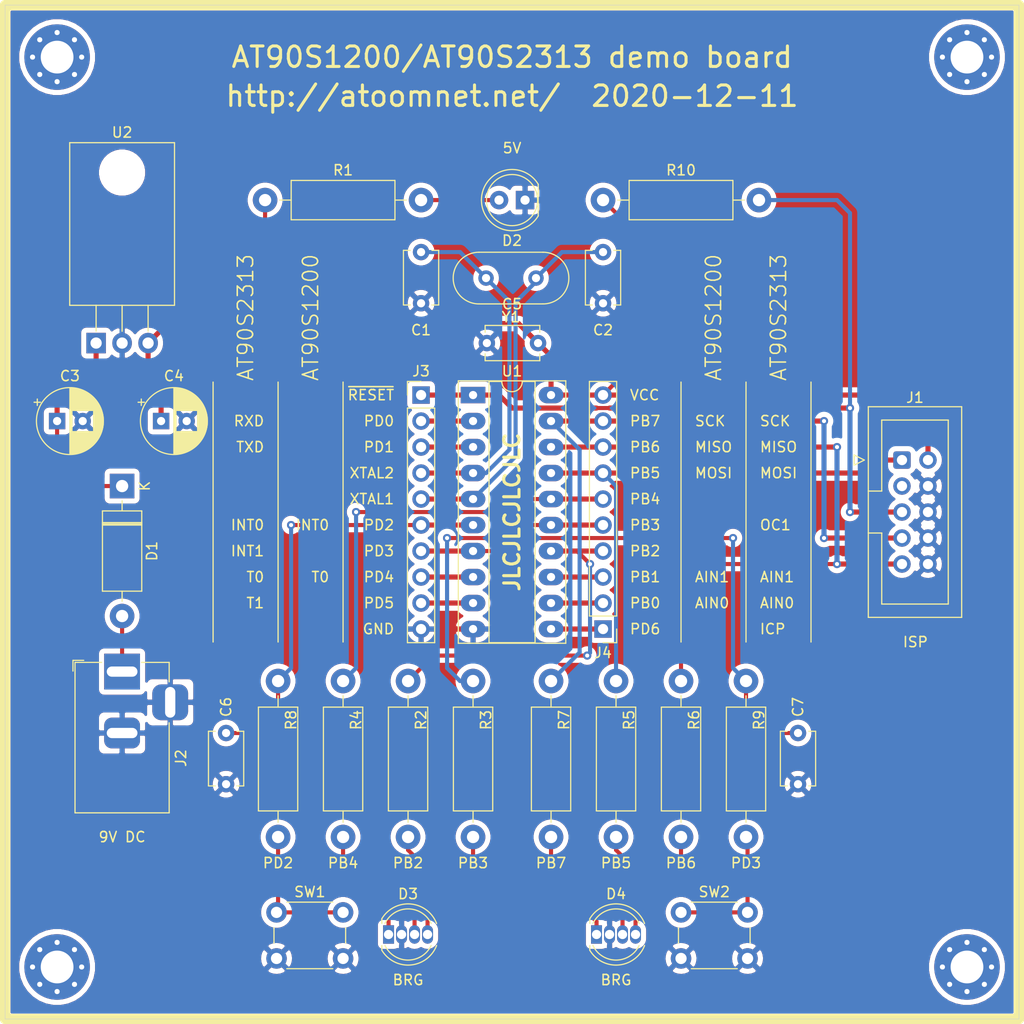
<source format=kicad_pcb>
(kicad_pcb (version 20211014) (generator pcbnew)
  (layers (0 "F.Cu" signal) (31 "B.Cu" signal) (34 "B.Paste" user) (35 "F.Paste" user) (36 "B.SilkS" user "B.Silkscreen") (37 "F.SilkS" user "F.Silkscreen") (38 "B.Mask" user) (39 "F.Mask" user) (44 "Edge.Cuts" user))
  (net 0 "")
  (net 1 "GND")
  (net 2 "Net-(C3-Pad1)")
  (net 3 "Net-(D1-Pad2)")
  (net 4 "MISO")
  (net 5 "SCK")
  (net 6 "~{RESET}")
  (net 7 "Net-(J1-Pad3)")
  (net 8 "MOSI")
  (net 9 "XTAL1")
  (net 10 "XTAL2")
  (net 11 "VCC")
  (net 12 "PD5")
  (net 13 "PD4")
  (net 14 "PD3")
  (net 15 "PD2")
  (net 16 "PD1")
  (net 17 "PD0")
  (net 18 "PB4")
  (net 19 "PB3")
  (net 20 "PB2")
  (net 21 "PB1")
  (net 22 "PB0")
  (net 23 "PB6")
  (net 24 "Net-(D2-Pad2)")
  (net 25 "Net-(D3-Pad4)")
  (net 26 "Net-(D3-Pad3)")
  (net 27 "Net-(D3-Pad1)")
  (net 28 "Net-(D4-Pad4)")
  (net 29 "Net-(D4-Pad3)")
  (net 30 "Net-(D4-Pad1)")
  (net 31 "Net-(R8-Pad1)")
  (net 32 "Net-(R9-Pad1)")
  (footprint "Capacitor_THT:CP_Radial_D6.3mm_P2.50mm" (layer "F.Cu") (at 101.6 100.33)
    (fp_text reference "C3" (at 1.25 -4.4) (layer "F.SilkS"))
    (fp_text value "100uF 16V")
    (pad "1" thru_hole rect locked (at 0 0) (size 1.6 1.6) (drill 0.8) (layers *.Cu *.Mask) (net 2 "Net-(C3-Pad1)"))
    (pad "2" thru_hole circle locked (at 2.5 0) (size 1.6 1.6) (drill 0.8) (layers *.Cu *.Mask) (net 1 "GND"))
  )
  (footprint "Capacitor_THT:C_Disc_D5.1mm_W3.2mm_P5.00mm" (layer "F.Cu") (at 148.59 92.71 180)
    (fp_text reference "C5" (at 2.54 3.81) (layer "F.SilkS"))
    (fp_text value "100nF")
    (pad "1" thru_hole circle locked (at 0 0 180) (size 1.6 1.6) (drill 0.8) (layers *.Cu *.Mask) (net 11 "VCC"))
    (pad "2" thru_hole circle locked (at 5 0 180) (size 1.6 1.6) (drill 0.8) (layers *.Cu *.Mask) (net 1 "GND"))
  )
  (footprint "Diode_THT:D_DO-15_P12.70mm_Horizontal" (layer "F.Cu") (at 107.95 106.68 -90)
    (fp_text reference "D1" (at 6.35 -2.92 90) (layer "F.SilkS"))
    (fp_text value "1N5819")
    (fp_text user "K" (at 0 -2.2 90) (layer "F.SilkS"))
    (pad "1" thru_hole rect locked (at 0 0 270) (size 2.4 2.4) (drill 1.2) (layers *.Cu *.Mask) (net 2 "Net-(C3-Pad1)"))
    (pad "2" thru_hole oval locked (at 12.7 0 270) (size 2.4 2.4) (drill 1.2) (layers *.Cu *.Mask) (net 3 "Net-(D1-Pad2)"))
  )
  (footprint "Connector_IDC:IDC-Header_2x05_P2.54mm_Vertical" (layer "F.Cu") (at 184.15 104.14)
    (fp_text reference "J1" (at 1.27 -6.1) (layer "F.SilkS"))
    (fp_text value "AVR-ISP-10")
    (pad "1" thru_hole roundrect locked (at 0 0) (size 1.7 1.7) (drill 1) (layers *.Cu *.Mask) (roundrect_rratio 0.1470588235) (net 8 "MOSI"))
    (pad "2" thru_hole circle locked (at 2.54 0) (size 1.7 1.7) (drill 1) (layers *.Cu *.Mask) (net 11 "VCC"))
    (pad "3" thru_hole circle locked (at 0 2.54) (size 1.7 1.7) (drill 1) (layers *.Cu *.Mask) (net 7 "Net-(J1-Pad3)"))
    (pad "4" thru_hole circle locked (at 2.54 2.54) (size 1.7 1.7) (drill 1) (layers *.Cu *.Mask) (net 1 "GND"))
    (pad "5" thru_hole circle locked (at 0 5.08) (size 1.7 1.7) (drill 1) (layers *.Cu *.Mask) (net 6 "~{RESET}"))
    (pad "6" thru_hole circle locked (at 2.54 5.08) (size 1.7 1.7) (drill 1) (layers *.Cu *.Mask) (net 1 "GND"))
    (pad "7" thru_hole circle locked (at 0 7.62) (size 1.7 1.7) (drill 1) (layers *.Cu *.Mask) (net 5 "SCK"))
    (pad "8" thru_hole circle locked (at 2.54 7.62) (size 1.7 1.7) (drill 1) (layers *.Cu *.Mask) (net 1 "GND"))
    (pad "9" thru_hole circle locked (at 0 10.16) (size 1.7 1.7) (drill 1) (layers *.Cu *.Mask) (net 4 "MISO"))
    (pad "10" thru_hole circle locked (at 2.54 10.16) (size 1.7 1.7) (drill 1) (layers *.Cu *.Mask) (net 1 "GND"))
  )
  (footprint "Connector_BarrelJack:BarrelJack_Horizontal" (layer "F.Cu") (at 107.95 124.81 90)
    (fp_text reference "J2" (at -8.45 5.75 90) (layer "F.SilkS"))
    (fp_text value "Barrel_Jack_Switch")
    (pad "1" thru_hole rect locked (at 0 0 90) (size 3.5 3.5) (drill oval 1 3) (layers *.Cu *.Mask) (net 3 "Net-(D1-Pad2)"))
    (pad "2" thru_hole roundrect locked (at -6 0 90) (size 3 3.5) (drill oval 1 3) (layers *.Cu *.Mask) (net 1 "GND"))
    (pad "3" thru_hole roundrect locked (at -3 4.7 90) (size 3.5 3.5) (drill oval 3 1) (layers *.Cu *.Mask) (net 1 "GND"))
  )
  (footprint "Package_TO_SOT_THT:TO-220-3_Horizontal_TabDown" (layer "F.Cu") (at 105.41 92.71)
    (fp_text reference "U2" (at 2.54 -20.58) (layer "F.SilkS"))
    (fp_text value "L7805")
    (pad "" np_thru_hole oval locked (at 2.54 -16.66) (size 3.5 3.5) (drill 3.5) (layers *.Cu *.Mask))
    (pad "1" thru_hole rect locked (at 0 0) (size 1.905 2) (drill 1.1) (layers *.Cu *.Mask) (net 2 "Net-(C3-Pad1)"))
    (pad "2" thru_hole oval locked (at 2.54 0) (size 1.905 2) (drill 1.1) (layers *.Cu *.Mask) (net 1 "GND"))
    (pad "3" thru_hole oval locked (at 5.08 0) (size 1.905 2) (drill 1.1) (layers *.Cu *.Mask) (net 11 "VCC"))
  )
  (footprint "Crystal:Crystal_HC49-U_Vertical" (layer "F.Cu") (at 143.51 86.36)
    (fp_text reference "Y1" (at 2.44 3.81) (layer "F.SilkS"))
    (fp_text value "8MHz")
    (pad "1" thru_hole circle locked (at 0 0) (size 1.5 1.5) (drill 0.8) (layers *.Cu *.Mask) (net 9 "XTAL1"))
    (pad "2" thru_hole circle locked (at 4.88 0) (size 1.5 1.5) (drill 0.8) (layers *.Cu *.Mask) (net 10 "XTAL2"))
  )
  (footprint "Package_DIP:DIP-20_W7.62mm_Socket_LongPads" (layer "F.Cu") (at 142.24 97.79)
    (fp_text reference "U1" (at 3.81 -2.33) (layer "F.SilkS"))
    (fp_text value "AT90S1200")
    (pad "1" thru_hole rect locked (at 0 0) (size 2.4 1.6) (drill 0.8) (layers *.Cu *.Mask) (net 6 "~{RESET}"))
    (pad "2" thru_hole oval locked (at 0 2.54) (size 2.4 1.6) (drill 0.8) (layers *.Cu *.Mask) (net 17 "PD0"))
    (pad "3" thru_hole oval locked (at 0 5.08) (size 2.4 1.6) (drill 0.8) (layers *.Cu *.Mask) (net 16 "PD1"))
    (pad "4" thru_hole oval locked (at 0 7.62) (size 2.4 1.6) (drill 0.8) (layers *.Cu *.Mask) (net 9 "XTAL1"))
    (pad "5" thru_hole oval locked (at 0 10.16) (size 2.4 1.6) (drill 0.8) (layers *.Cu *.Mask) (net 10 "XTAL2"))
    (pad "6" thru_hole oval locked (at 0 12.7) (size 2.4 1.6) (drill 0.8) (layers *.Cu *.Mask) (net 15 "PD2"))
    (pad "7" thru_hole oval locked (at 0 15.24) (size 2.4 1.6) (drill 0.8) (layers *.Cu *.Mask) (net 14 "PD3"))
    (pad "8" thru_hole oval locked (at 0 17.78) (size 2.4 1.6) (drill 0.8) (layers *.Cu *.Mask) (net 13 "PD4"))
    (pad "9" thru_hole oval locked (at 0 20.32) (size 2.4 1.6) (drill 0.8) (layers *.Cu *.Mask) (net 12 "PD5"))
    (pad "10" thru_hole oval locked (at 0 22.86) (size 2.4 1.6) (drill 0.8) (layers *.Cu *.Mask) (net 1 "GND"))
    (pad "11" thru_hole oval locked (at 7.62 22.86) (size 2.4 1.6) (drill 0.8) (layers *.Cu *.Mask) (net 23 "PB6"))
    (pad "12" thru_hole oval locked (at 7.62 20.32) (size 2.4 1.6) (drill 0.8) (layers *.Cu *.Mask) (net 22 "PB0"))
    (pad "13" thru_hole oval locked (at 7.62 17.78) (size 2.4 1.6) (drill 0.8) (layers *.Cu *.Mask) (net 21 "PB1"))
    (pad "14" thru_hole oval locked (at 7.62 15.24) (size 2.4 1.6) (drill 0.8) (layers *.Cu *.Mask) (net 20 "PB2"))
    (pad "15" thru_hole oval locked (at 7.62 12.7) (size 2.4 1.6) (drill 0.8) (layers *.Cu *.Mask) (net 19 "PB3"))
    (pad "16" thru_hole oval locked (at 7.62 10.16) (size 2.4 1.6) (drill 0.8) (layers *.Cu *.Mask) (net 18 "PB4"))
    (pad "17" thru_hole oval locked (at 7.62 7.62) (size 2.4 1.6) (drill 0.8) (layers *.Cu *.Mask) (net 8 "MOSI"))
    (pad "18" thru_hole oval locked (at 7.62 5.08) (size 2.4 1.6) (drill 0.8) (layers *.Cu *.Mask) (net 4 "MISO"))
    (pad "19" thru_hole oval locked (at 7.62 2.54) (size 2.4 1.6) (drill 0.8) (layers *.Cu *.Mask) (net 5 "SCK"))
    (pad "20" thru_hole oval locked (at 7.62 0) (size 2.4 1.6) (drill 0.8) (layers *.Cu *.Mask) (net 11 "VCC"))
  )
  (footprint "Capacitor_THT:CP_Radial_D6.3mm_P2.50mm" (layer "F.Cu") (at 111.76 100.33)
    (fp_text reference "C4" (at 1.25 -4.4) (layer "F.SilkS"))
    (fp_text value "33uF 16V")
    (pad "1" thru_hole rect locked (at 0 0) (size 1.6 1.6) (drill 0.8) (layers *.Cu *.Mask) (net 11 "VCC"))
    (pad "2" thru_hole circle locked (at 2.5 0) (size 1.6 1.6) (drill 0.8) (layers *.Cu *.Mask) (net 1 "GND"))
  )
  (footprint "MountingHole:MountingHole_3.2mm_M3_Pad_Via" (layer "F.Cu") (at 101.6 64.77)
    (fp_text reference "H1" hide)
    (fp_text value "MountingHole")
    (pad "1" thru_hole circle locked (at -1.697056 1.697056) (size 0.8 0.8) (drill 0.5) (layers *.Cu *.Mask))
    (pad "1" thru_hole circle locked (at -2.4 0) (size 0.8 0.8) (drill 0.5) (layers *.Cu *.Mask))
    (pad "1" thru_hole circle locked (at 1.697056 -1.697056) (size 0.8 0.8) (drill 0.5) (layers *.Cu *.Mask))
    (pad "1" thru_hole circle locked (at 0 2.4) (size 0.8 0.8) (drill 0.5) (layers *.Cu *.Mask))
    (pad "1" thru_hole circle locked (at 2.4 0) (size 0.8 0.8) (drill 0.5) (layers *.Cu *.Mask))
    (pad "1" thru_hole circle locked (at 0 0) (size 6.4 6.4) (drill 3.2) (layers *.Cu *.Mask))
    (pad "1" thru_hole circle locked (at 1.697056 1.697056) (size 0.8 0.8) (drill 0.5) (layers *.Cu *.Mask))
    (pad "1" thru_hole circle locked (at -1.697056 -1.697056) (size 0.8 0.8) (drill 0.5) (layers *.Cu *.Mask))
    (pad "1" thru_hole circle locked (at 0 -2.4) (size 0.8 0.8) (drill 0.5) (layers *.Cu *.Mask))
  )
  (footprint "MountingHole:MountingHole_3.2mm_M3_Pad_Via" (layer "F.Cu") (at 190.5 64.77)
    (fp_text reference "H2" hide)
    (fp_text value "MountingHole")
    (pad "1" thru_hole circle locked (at 0 -2.4) (size 0.8 0.8) (drill 0.5) (layers *.Cu *.Mask))
    (pad "1" thru_hole circle locked (at -1.697056 1.697056) (size 0.8 0.8) (drill 0.5) (layers *.Cu *.Mask))
    (pad "1" thru_hole circle locked (at 1.697056 1.697056) (size 0.8 0.8) (drill 0.5) (layers *.Cu *.Mask))
    (pad "1" thru_hole circle locked (at 1.697056 -1.697056) (size 0.8 0.8) (drill 0.5) (layers *.Cu *.Mask))
    (pad "1" thru_hole circle locked (at 0 0) (size 6.4 6.4) (drill 3.2) (layers *.Cu *.Mask))
    (pad "1" thru_hole circle locked (at -1.697056 -1.697056) (size 0.8 0.8) (drill 0.5) (layers *.Cu *.Mask))
    (pad "1" thru_hole circle locked (at 2.4 0) (size 0.8 0.8) (drill 0.5) (layers *.Cu *.Mask))
    (pad "1" thru_hole circle locked (at 0 2.4) (size 0.8 0.8) (drill 0.5) (layers *.Cu *.Mask))
    (pad "1" thru_hole circle locked (at -2.4 0) (size 0.8 0.8) (drill 0.5) (layers *.Cu *.Mask))
  )
  (footprint "MountingHole:MountingHole_3.2mm_M3_Pad_Via" (layer "F.Cu") (at 190.5 153.67)
    (fp_text reference "H3" hide)
    (fp_text value "MountingHole")
    (pad "1" thru_hole circle locked (at -1.697056 1.697056) (size 0.8 0.8) (drill 0.5) (layers *.Cu *.Mask))
    (pad "1" thru_hole circle locked (at 1.697056 -1.697056) (size 0.8 0.8) (drill 0.5) (layers *.Cu *.Mask))
    (pad "1" thru_hole circle locked (at 0 0) (size 6.4 6.4) (drill 3.2) (layers *.Cu *.Mask))
    (pad "1" thru_hole circle locked (at -1.697056 -1.697056) (size 0.8 0.8) (drill 0.5) (layers *.Cu *.Mask))
    (pad "1" thru_hole circle locked (at 0 2.4) (size 0.8 0.8) (drill 0.5) (layers *.Cu *.Mask))
    (pad "1" thru_hole circle locked (at 1.697056 1.697056) (size 0.8 0.8) (drill 0.5) (layers *.Cu *.Mask))
    (pad "1" thru_hole circle locked (at 2.4 0) (size 0.8 0.8) (drill 0.5) (layers *.Cu *.Mask))
    (pad "1" thru_hole circle locked (at -2.4 0) (size 0.8 0.8) (drill 0.5) (layers *.Cu *.Mask))
    (pad "1" thru_hole circle locked (at 0 -2.4) (size 0.8 0.8) (drill 0.5) (layers *.Cu *.Mask))
  )
  (footprint "MountingHole:MountingHole_3.2mm_M3_Pad_Via" (layer "F.Cu") (at 101.6 153.67)
    (fp_text reference "H4" hide)
    (fp_text value "MountingHole")
    (pad "1" thru_hole circle locked (at 2.4 0) (size 0.8 0.8) (drill 0.5) (layers *.Cu *.Mask))
    (pad "1" thru_hole circle locked (at -1.697056 1.697056) (size 0.8 0.8) (drill 0.5) (layers *.Cu *.Mask))
    (pad "1" thru_hole circle locked (at -1.697056 -1.697056) (size 0.8 0.8) (drill 0.5) (layers *.Cu *.Mask))
    (pad "1" thru_hole circle locked (at 0 2.4) (size 0.8 0.8) (drill 0.5) (layers *.Cu *.Mask))
    (pad "1" thru_hole circle locked (at 0 0) (size 6.4 6.4) (drill 3.2) (layers *.Cu *.Mask))
    (pad "1" thru_hole circle locked (at 0 -2.4) (size 0.8 0.8) (drill 0.5) (layers *.Cu *.Mask))
    (pad "1" thru_hole circle locked (at -2.4 0) (size 0.8 0.8) (drill 0.5) (layers *.Cu *.Mask))
    (pad "1" thru_hole circle locked (at 1.697056 1.697056) (size 0.8 0.8) (drill 0.5) (layers *.Cu *.Mask))
    (pad "1" thru_hole circle locked (at 1.697056 -1.697056) (size 0.8 0.8) (drill 0.5) (layers *.Cu *.Mask))
  )
  (footprint "Capacitor_THT:C_Disc_D5.1mm_W3.2mm_P5.00mm" (layer "F.Cu") (at 154.94 83.82 -90)
    (fp_text reference "C2" (at 7.62 0 180) (layer "F.SilkS"))
    (fp_text value "15pF")
    (pad "1" thru_hole circle locked (at 0 0 270) (size 1.6 1.6) (drill 0.8) (layers *.Cu *.Mask) (net 10 "XTAL2"))
    (pad "2" thru_hole circle locked (at 5 0 270) (size 1.6 1.6) (drill 0.8) (layers *.Cu *.Mask) (net 1 "GND"))
  )
  (footprint "Capacitor_THT:C_Disc_D5.1mm_W3.2mm_P5.00mm" (layer "F.Cu") (at 137.16 83.82 -90)
    (fp_text reference "C1" (at 7.62 0 180) (layer "F.SilkS"))
    (fp_text value "15pF")
    (pad "1" thru_hole circle locked (at 0 0 270) (size 1.6 1.6) (drill 0.8) (layers *.Cu *.Mask) (net 9 "XTAL1"))
    (pad "2" thru_hole circle locked (at 5 0 270) (size 1.6 1.6) (drill 0.8) (layers *.Cu *.Mask) (net 1 "GND"))
  )
  (footprint "Connector_PinHeader_2.54mm:PinHeader_1x10_P2.54mm_Vertical" (layer "F.Cu") (at 137.16 97.79)
    (fp_text reference "J3" (at 0 -2.33) (layer "F.SilkS"))
    (fp_text value "Conn_01x10_Male")
    (pad "1" thru_hole rect locked (at 0 0) (size 1.7 1.7) (drill 1) (layers *.Cu *.Mask) (net 6 "~{RESET}"))
    (pad "2" thru_hole oval locked (at 0 2.54) (size 1.7 1.7) (drill 1) (layers *.Cu *.Mask) (net 17 "PD0"))
    (pad "3" thru_hole oval locked (at 0 5.08) (size 1.7 1.7) (drill 1) (layers *.Cu *.Mask) (net 16 "PD1"))
    (pad "4" thru_hole oval locked (at 0 7.62) (size 1.7 1.7) (drill 1) (layers *.Cu *.Mask) (net 9 "XTAL1"))
    (pad "5" thru_hole oval locked (at 0 10.16) (size 1.7 1.7) (drill 1) (layers *.Cu *.Mask) (net 10 "XTAL2"))
    (pad "6" thru_hole oval locked (at 0 12.7) (size 1.7 1.7) (drill 1) (layers *.Cu *.Mask) (net 15 "PD2"))
    (pad "7" thru_hole oval locked (at 0 15.24) (size 1.7 1.7) (drill 1) (layers *.Cu *.Mask) (net 14 "PD3"))
    (pad "8" thru_hole oval locked (at 0 17.78) (size 1.7 1.7) (drill 1) (layers *.Cu *.Mask) (net 13 "PD4"))
    (pad "9" thru_hole oval locked (at 0 20.32) (size 1.7 1.7) (drill 1) (layers *.Cu *.Mask) (net 12 "PD5"))
    (pad "10" thru_hole oval locked (at 0 22.86) (size 1.7 1.7) (drill 1) (layers *.Cu *.Mask) (net 1 "GND"))
  )
  (footprint "Connector_PinHeader_2.54mm:PinHeader_1x10_P2.54mm_Vertical" (layer "F.Cu") (at 154.94 120.65 180)
    (fp_text reference "J4" (at 0 -2.33) (layer "F.SilkS"))
    (fp_text value "Conn_01x10_Male")
    (pad "1" thru_hole rect locked (at 0 0 180) (size 1.7 1.7) (drill 1) (layers *.Cu *.Mask) (net 23 "PB6"))
    (pad "2" thru_hole oval locked (at 0 2.54 180) (size 1.7 1.7) (drill 1) (layers *.Cu *.Mask) (net 22 "PB0"))
    (pad "3" thru_hole oval locked (at 0 5.08 180) (size 1.7 1.7) (drill 1) (layers *.Cu *.Mask) (net 21 "PB1"))
    (pad "4" thru_hole oval locked (at 0 7.62 180) (size 1.7 1.7) (drill 1) (layers *.Cu *.Mask) (net 20 "PB2"))
    (pad "5" thru_hole oval locked (at 0 10.16 180) (size 1.7 1.7) (drill 1) (layers *.Cu *.Mask) (net 19 "PB3"))
    (pad "6" thru_hole oval locked (at 0 12.7 180) (size 1.7 1.7) (drill 1) (layers *.Cu *.Mask) (net 18 "PB4"))
    (pad "7" thru_hole oval locked (at 0 15.24 180) (size 1.7 1.7) (drill 1) (layers *.Cu *.Mask) (net 8 "MOSI"))
    (pad "8" thru_hole oval locked (at 0 17.78 180) (size 1.7 1.7) (drill 1) (layers *.Cu *.Mask) (net 4 "MISO"))
    (pad "9" thru_hole oval locked (at 0 20.32 180) (size 1.7 1.7) (drill 1) (layers *.Cu *.Mask) (net 5 "SCK"))
    (pad "10" thru_hole oval locked (at 0 22.86 180) (size 1.7 1.7) (drill 1) (layers *.Cu *.Mask) (net 11 "VCC"))
  )
  (footprint "LED_THT:LED_D5.0mm" (layer "F.Cu") (at 147.32 78.74 180)
    (fp_text reference "D2" (at 1.27 -3.96) (layer "F.SilkS"))
    (fp_text value "green")
    (pad "1" thru_hole rect locked (at 0 0 180) (size 1.8 1.8) (drill 0.9) (layers *.Cu *.Mask) (net 1 "GND"))
    (pad "2" thru_hole circle locked (at 2.54 0 180) (size 1.8 1.8) (drill 0.9) (layers *.Cu *.Mask) (net 24 "Net-(D2-Pad2)"))
  )
  (footprint "Resistor_THT:R_Axial_DIN0411_L9.9mm_D3.6mm_P15.24mm_Horizontal" (layer "F.Cu") (at 121.92 78.74)
    (fp_text reference "R1" (at 7.62 -2.92) (layer "F.SilkS"))
    (fp_text value "160R")
    (pad "1" thru_hole circle locked (at 0 0) (size 2.4 2.4) (drill 1.2) (layers *.Cu *.Mask) (net 11 "VCC"))
    (pad "2" thru_hole oval locked (at 15.24 0) (size 2.4 2.4) (drill 1.2) (layers *.Cu *.Mask) (net 24 "Net-(D2-Pad2)"))
  )
  (footprint "LED_THT:LED_D5.0mm-4_RGB" (layer "F.Cu") (at 154.305 150.495)
    (fp_text reference "D4" (at 1.905 -3.96) (layer "F.SilkS"))
    (fp_text value "LED_BCRG")
    (pad "1" thru_hole rect locked (at 0 0) (size 1.07 1.8) (drill 0.9) (layers *.Cu *.Mask) (net 30 "Net-(D4-Pad1)"))
    (pad "2" thru_hole oval locked (at 1.27 0) (size 1.07 1.8) (drill 0.9) (layers *.Cu *.Mask) (net 1 "GND"))
    (pad "3" thru_hole oval locked (at 2.54 0) (size 1.07 1.8) (drill 0.9) (layers *.Cu *.Mask) (net 29 "Net-(D4-Pad3)"))
    (pad "4" thru_hole oval locked (at 3.81 0) (size 1.07 1.8) (drill 0.9) (layers *.Cu *.Mask) (net 28 "Net-(D4-Pad4)"))
  )
  (footprint "Resistor_THT:R_Axial_DIN0411_L9.9mm_D3.6mm_P15.24mm_Horizontal" (layer "F.Cu") (at 156.21 125.73 -90)
    (fp_text reference "R5" (at 3.81 -1.27 90) (layer "F.SilkS"))
    (fp_text value "620R")
    (pad "1" thru_hole circle locked (at 0 0 270) (size 2.4 2.4) (drill 1.2) (layers *.Cu *.Mask) (net 8 "MOSI"))
    (pad "2" thru_hole oval locked (at 15.24 0 270) (size 2.4 2.4) (drill 1.2) (layers *.Cu *.Mask) (net 29 "Net-(D4-Pad3)"))
  )
  (footprint "Resistor_THT:R_Axial_DIN0411_L9.9mm_D3.6mm_P15.24mm_Horizontal" (layer "F.Cu") (at 162.56 125.73 -90)
    (fp_text reference "R6" (at 3.81 -1.27 90) (layer "F.SilkS"))
    (fp_text value "430R")
    (pad "1" thru_hole circle locked (at 0 0 270) (size 2.4 2.4) (drill 1.2) (layers *.Cu *.Mask) (net 4 "MISO"))
    (pad "2" thru_hole oval locked (at 15.24 0 270) (size 2.4 2.4) (drill 1.2) (layers *.Cu *.Mask) (net 28 "Net-(D4-Pad4)"))
  )
  (footprint "Resistor_THT:R_Axial_DIN0411_L9.9mm_D3.6mm_P15.24mm_Horizontal" (layer "F.Cu") (at 149.86 125.73 -90)
    (fp_text reference "R7" (at 3.81 -1.27 90) (layer "F.SilkS"))
    (fp_text value "360R")
    (pad "1" thru_hole circle locked (at 0 0 270) (size 2.4 2.4) (drill 1.2) (layers *.Cu *.Mask) (net 5 "SCK"))
    (pad "2" thru_hole oval locked (at 15.24 0 270) (size 2.4 2.4) (drill 1.2) (layers *.Cu *.Mask) (net 30 "Net-(D4-Pad1)"))
  )
  (footprint "Button_Switch_THT:SW_PUSH_6mm" (layer "F.Cu") (at 162.56 148.336)
    (fp_text reference "SW2" (at 3.25 -2) (layer "F.SilkS"))
    (fp_text value "SW_Push")
    (pad "1" thru_hole circle locked (at 0 0 90) (size 2 2) (drill 1.1) (layers *.Cu *.Mask) (net 32 "Net-(R9-Pad1)"))
    (pad "1" thru_hole circle locked (at 6.5 0 90) (size 2 2) (drill 1.1) (layers *.Cu *.Mask) (net 32 "Net-(R9-Pad1)"))
    (pad "2" thru_hole circle locked (at 0 4.5 90) (size 2 2) (drill 1.1) (layers *.Cu *.Mask) (net 1 "GND"))
    (pad "2" thru_hole circle locked (at 6.5 4.5 90) (size 2 2) (drill 1.1) (layers *.Cu *.Mask) (net 1 "GND"))
  )
  (footprint "Capacitor_THT:C_Disc_D5.1mm_W3.2mm_P5.00mm" (layer "F.Cu") (at 118.11 130.81 -90)
    (fp_text reference "C6" (at -2.54 0 90) (layer "F.SilkS"))
    (fp_text value "100nF")
    (pad "1" thru_hole circle locked (at 0 0 270) (size 1.6 1.6) (drill 0.8) (layers *.Cu *.Mask) (net 15 "PD2"))
    (pad "2" thru_hole circle locked (at 5 0 270) (size 1.6 1.6) (drill 0.8) (layers *.Cu *.Mask) (net 1 "GND"))
  )
  (footprint "Capacitor_THT:C_Disc_D5.1mm_W3.2mm_P5.00mm" (layer "F.Cu") (at 173.99 130.81 -90)
    (fp_text reference "C7" (at -2.54 0 90) (layer "F.SilkS"))
    (fp_text value "100nF")
    (pad "1" thru_hole circle locked (at 0 0 270) (size 1.6 1.6) (drill 0.8) (layers *.Cu *.Mask) (net 14 "PD3"))
    (pad "2" thru_hole circle locked (at 5 0 270) (size 1.6 1.6) (drill 0.8) (layers *.Cu *.Mask) (net 1 "GND"))
  )
  (footprint "Resistor_THT:R_Axial_DIN0411_L9.9mm_D3.6mm_P15.24mm_Horizontal" (layer "F.Cu") (at 168.91 140.97 90)
    (fp_text reference "R9" (at 11.43 1.27 90) (layer "F.SilkS"))
    (fp_text value "100R")
    (pad "1" thru_hole circle locked (at 0 0 90) (size 2.4 2.4) (drill 1.2) (layers *.Cu *.Mask) (net 32 "Net-(R9-Pad1)"))
    (pad "2" thru_hole oval locked (at 15.24 0 90) (size 2.4 2.4) (drill 1.2) (layers *.Cu *.Mask) (net 14 "PD3"))
  )
  (footprint "LED_THT:LED_D5.0mm-4_RGB" (layer "F.Cu") (at 133.985 150.495)
    (fp_text reference "D3" (at 1.905 -3.96) (layer "F.SilkS"))
    (fp_text value "LED_BCRG")
    (pad "1" thru_hole rect locked (at 0 0) (size 1.07 1.8) (drill 0.9) (layers *.Cu *.Mask) (net 27 "Net-(D3-Pad1)"))
    (pad "2" thru_hole oval locked (at 1.27 0) (size 1.07 1.8) (drill 0.9) (layers *.Cu *.Mask) (net 1 "GND"))
    (pad "3" thru_hole oval locked (at 2.54 0) (size 1.07 1.8) (drill 0.9) (layers *.Cu *.Mask) (net 26 "Net-(D3-Pad3)"))
    (pad "4" thru_hole oval locked (at 3.81 0) (size 1.07 1.8) (drill 0.9) (layers *.Cu *.Mask) (net 25 "Net-(D3-Pad4)"))
  )
  (footprint "Button_Switch_THT:SW_PUSH_6mm" (layer "F.Cu") (at 123.04 148.336)
    (fp_text reference "SW1" (at 3.25 -2) (layer "F.SilkS"))
    (fp_text value "SW_Push")
    (pad "1" thru_hole circle locked (at 0 0 90) (size 2 2) (drill 1.1) (layers *.Cu *.Mask) (net 31 "Net-(R8-Pad1)"))
    (pad "1" thru_hole circle locked (at 6.5 0 90) (size 2 2) (drill 1.1) (layers *.Cu *.Mask) (net 31 "Net-(R8-Pad1)"))
    (pad "2" thru_hole circle locked (at 6.5 4.5 90) (size 2 2) (drill 1.1) (layers *.Cu *.Mask) (net 1 "GND"))
    (pad "2" thru_hole circle locked (at 0 4.5 90) (size 2 2) (drill 1.1) (layers *.Cu *.Mask) (net 1 "GND"))
  )
  (footprint "Resistor_THT:R_Axial_DIN0411_L9.9mm_D3.6mm_P15.24mm_Horizontal" (layer "F.Cu") (at 129.54 125.73 -90)
    (fp_text reference "R4" (at 3.81 -1.27 90) (layer "F.SilkS"))
    (fp_text value "360R")
    (pad "1" thru_hole circle locked (at 0 0 270) (size 2.4 2.4) (drill 1.2) (layers *.Cu *.Mask) (net 18 "PB4"))
    (pad "2" thru_hole oval locked (at 15.24 0 270) (size 2.4 2.4) (drill 1.2) (layers *.Cu *.Mask) (net 27 "Net-(D3-Pad1)"))
  )
  (footprint "Resistor_THT:R_Axial_DIN0411_L9.9mm_D3.6mm_P15.24mm_Horizontal" (layer "F.Cu") (at 142.24 125.73 -90)
    (fp_text reference "R3" (at 3.81 -1.27 90) (layer "F.SilkS"))
    (fp_text value "430R")
    (pad "1" thru_hole circle locked (at 0 0 270) (size 2.4 2.4) (drill 1.2) (layers *.Cu *.Mask) (net 19 "PB3"))
    (pad "2" thru_hole oval locked (at 15.24 0 270) (size 2.4 2.4) (drill 1.2) (layers *.Cu *.Mask) (net 25 "Net-(D3-Pad4)"))
  )
  (footprint "Resistor_THT:R_Axial_DIN0411_L9.9mm_D3.6mm_P15.24mm_Horizontal" (layer "F.Cu") (at 135.89 125.73 -90)
    (fp_text reference "R2" (at 3.81 -1.27 90) (layer "F.SilkS"))
    (fp_text value "620R")
    (pad "1" thru_hole circle locked (at 0 0 270) (size 2.4 2.4) (drill 1.2) (layers *.Cu *.Mask) (net 20 "PB2"))
    (pad "2" thru_hole oval locked (at 15.24 0 270) (size 2.4 2.4) (drill 1.2) (layers *.Cu *.Mask) (net 26 "Net-(D3-Pad3)"))
  )
  (footprint "Resistor_THT:R_Axial_DIN0411_L9.9mm_D3.6mm_P15.24mm_Horizontal" (layer "F.Cu") (at 123.19 140.97 90)
    (fp_text reference "R8" (at 11.43 1.27 90) (layer "F.SilkS"))
    (fp_text value "100R")
    (pad "1" thru_hole circle locked (at 0 0 90) (size 2.4 2.4) (drill 1.2) (layers *.Cu *.Mask) (net 31 "Net-(R8-Pad1)"))
    (pad "2" thru_hole oval locked (at 15.24 0 90) (size 2.4 2.4) (drill 1.2) (layers *.Cu *.Mask) (net 15 "PD2"))
  )
  (footprint "Resistor_THT:R_Axial_DIN0411_L9.9mm_D3.6mm_P15.24mm_Horizontal" (layer "F.Cu") (at 154.94 78.74)
    (fp_text reference "R10" (at 7.62 -2.92) (layer "F.SilkS"))
    (fp_text value "10k")
    (pad "1" thru_hole circle locked (at 0 0) (size 2.4 2.4) (drill 1.2) (layers *.Cu *.Mask) (net 11 "VCC"))
    (pad "2" thru_hole oval locked (at 15.24 0) (size 2.4 2.4) (drill 1.2) (layers *.Cu *.Mask) (net 6 "~{RESET}"))
  )
  (gr_line (start 175.26 96.52) (end 175.26 121.92) (layer "F.SilkS") (width 0.12))
  (gr_line (start 116.84 96.52) (end 116.84 121.92) (layer "F.SilkS") (width 0.12))
  (gr_line (start 96.52 158.75) (end 96.52 59.69) (layer "F.SilkS") (width 1))
  (gr_line (start 123.19 96.52) (end 123.19 121.92) (layer "F.SilkS") (width 0.12))
  (gr_line (start 168.91 96.52) (end 168.91 121.92) (layer "F.SilkS") (width 0.12))
  (gr_line (start 96.52 59.69) (end 195.58 59.69) (layer "F.SilkS") (width 1))
  (gr_line (start 162.56 96.52) (end 162.56 121.92) (layer "F.SilkS") (width 0.12))
  (gr_line (start 195.58 59.69) (end 195.58 158.75) (layer "F.SilkS") (width 1))
  (gr_line (start 195.58 158.75) (end 96.52 158.75) (layer "F.SilkS") (width 1))
  (gr_line (start 129.54 96.52) (end 129.54 121.92) (layer "F.SilkS") (width 0.12))
  (gr_line (start 96.52 158.75) (end 96.52 59.69) (layer "Edge.Cuts") (width 0.05))
  (gr_line (start 195.58 59.69) (end 195.58 158.75) (layer "Edge.Cuts") (width 0.05))
  (gr_line (start 96.52 59.69) (end 195.58 59.69) (layer "Edge.Cuts") (width 0.05))
  (gr_line (start 195.58 158.75) (end 96.52 158.75) (layer "Edge.Cuts") (width 0.05))
  (gr_text "AT90S1200" (at 165.735 96.52 90) (layer "F.SilkS") (effects (font (size 1.5 1.5)) (justify left)))
  (gr_text "AT90S2313" (at 120.015 96.52 90) (layer "F.SilkS") (effects (font (size 1.5 1.5)) (justify left)))
  (gr_text "PD0" (at 134.62 100.33) (layer "F.SilkS") (effects (font (size 1 1)) (justify right)))
  (gr_text "PD1" (at 134.62 102.87) (layer "F.SilkS") (effects (font (size 1 1)) (justify right)))
  (gr_text "XTAL2" (at 134.62 105.41) (layer "F.SilkS") (effects (font (size 1 1)) (justify right)))
  (gr_text "XTAL1" (at 134.62 107.95) (layer "F.SilkS") (effects (font (size 1 1)) (justify right)))
  (gr_text "PD2" (at 134.62 110.49) (layer "F.SilkS") (effects (font (size 1 1)) (justify right)))
  (gr_text "PD3" (at 134.62 113.03) (layer "F.SilkS") (effects (font (size 1 1)) (justify right)))
  (gr_text "PD4" (at 134.62 115.57) (layer "F.SilkS") (effects (font (size 1 1)) (justify right)))
  (gr_text "PD5" (at 134.62 118.11) (layer "F.SilkS") (effects (font (size 1 1)) (justify right)))
  (gr_text "GND" (at 134.62 120.65) (layer "F.SilkS") (effects (font (size 1 1)) (justify right)))
  (gr_text "VCC" (at 157.48 97.79) (layer "F.SilkS") (effects (font (size 1 1)) (justify left)))
  (gr_text "PB7" (at 157.48 100.33) (layer "F.SilkS") (effects (font (size 1 1)) (justify left)))
  (gr_text "PB6" (at 157.48 102.87) (layer "F.SilkS") (effects (font (size 1 1)) (justify left)))
  (gr_text "PB5" (at 157.48 105.41) (layer "F.SilkS") (effects (font (size 1 1)) (justify left)))
  (gr_text "PB4" (at 157.48 107.95) (layer "F.SilkS") (effects (font (size 1 1)) (justify left)))
  (gr_text "PB3" (at 157.48 110.49) (layer "F.SilkS") (effects (font (size 1 1)) (justify left)))
  (gr_text "PB2" (at 157.48 113.03) (layer "F.SilkS") (effects (font (size 1 1)) (justify left)))
  (gr_text "PB1" (at 157.48 115.57) (layer "F.SilkS") (effects (font (size 1 1)) (justify left)))
  (gr_text "PB0" (at 157.48 118.11) (layer "F.SilkS") (effects (font (size 1 1)) (justify left)))
  (gr_text "PD6" (at 157.48 120.65) (layer "F.SilkS") (effects (font (size 1 1)) (justify left)))
  (gr_text "INT0" (at 128.27 110.49) (layer "F.SilkS") (effects (font (size 1 1)) (justify right)))
  (gr_text "T0" (at 128.27 115.57) (layer "F.SilkS") (effects (font (size 1 1)) (justify right)))
  (gr_text "AIN1" (at 163.83 115.57) (layer "F.SilkS") (effects (font (size 1 1)) (justify left)))
  (gr_text "AIN0" (at 163.83 118.11) (layer "F.SilkS") (effects (font (size 1 1)) (justify left)))
  (gr_text "SCK" (at 163.83 100.33) (layer "F.SilkS") (effects (font (size 1 1)) (justify left)))
  (gr_text "MISO" (at 163.83 102.87) (layer "F.SilkS") (effects (font (size 1 1)) (justify left)))
  (gr_text "MOSI" (at 163.83 105.41) (layer "F.SilkS") (effects (font (size 1 1)) (justify left)))
  (gr_text "AT90S2313" (at 172.085 96.52 90) (layer "F.SilkS") (effects (font (size 1.5 1.5)) (justify left)))
  (gr_text "RXD" (at 121.92 100.33) (layer "F.SilkS") (effects (font (size 1 1)) (justify right)))
  (gr_text "TXD" (at 121.92 102.87) (layer "F.SilkS") (effects (font (size 1 1)) (justify right)))
  (gr_text "INT0" (at 121.92 110.49) (layer "F.SilkS") (effects (font (size 1 1)) (justify right)))
  (gr_text "INT1" (at 121.92 113.03) (layer "F.SilkS") (effects (font (size 1 1)) (justify right)))
  (gr_text "T0" (at 121.92 115.57) (layer "F.SilkS") (effects (font (size 1 1)) (justify right)))
  (gr_text "T1" (at 121.92 118.11) (layer "F.SilkS") (effects (font (size 1 1)) (justify right)))
  (gr_text "SCK" (at 170.18 100.33) (layer "F.SilkS") (effects (font (size 1 1)) (justify left)))
  (gr_text "MISO" (at 170.18 102.87) (layer "F.SilkS") (effects (font (size 1 1)) (justify left)))
  (gr_text "MOSI" (at 170.18 105.41) (layer "F.SilkS") (effects (font (size 1 1)) (justify left)))
  (gr_text "OC1" (at 170.18 110.49) (layer "F.SilkS") (effects (font (size 1 1)) (justify left)))
  (gr_text "AIN1" (at 170.18 115.57) (layer "F.SilkS") (effects (font (size 1 1)) (justify left)))
  (gr_text "AIN0" (at 170.18 118.11) (layer "F.SilkS") (effects (font (size 1 1)) (justify left)))
  (gr_text "ICP" (at 170.18 120.65) (layer "F.SilkS") (effects (font (size 1 1)) (justify left)))
  (gr_text "9V DC" (at 107.95 140.97) (layer "F.SilkS") (effects (font (size 1 1))))
  (gr_text "BRG" (at 156.21 154.94) (layer "F.SilkS") (effects (font (size 1 1))))
  (gr_text "PB2" (at 135.89 143.51) (layer "F.SilkS") (effects (font (size 1 1))))
  (gr_text "PB3" (at 142.24 143.51) (layer "F.SilkS") (effects (font (size 1 1))))
  (gr_text "PB4" (at 129.54 143.51) (layer "F.SilkS") (effects (font (size 1 1))))
  (gr_text "PB5" (at 156.21 143.51) (layer "F.SilkS") (effects (font (size 1 1))))
  (gr_text "PB6" (at 162.56 143.51) (layer "F.SilkS") (effects (font (size 1 1))))
  (gr_text "PB7" (at 149.86 143.51) (layer "F.SilkS") (effects (font (size 1 1))))
  (gr_text "PD2" (at 123.19 143.51) (layer "F.SilkS") (effects (font (size 1 1))))
  (gr_text "PD3" (at 168.91 143.51) (layer "F.SilkS") (effects (font (size 1 1))))
  (gr_text "5V" (at 146.05 73.66) (layer "F.SilkS") (effects (font (size 1 1))))
  (gr_text "ISP" (at 184.15 121.92) (layer "F.SilkS") (effects (font (size 1 1)) (justify left)))
  (gr_text "http://atoomnet.net/  2020-12-11" (at 146.05 68.58) (layer "F.SilkS") (effects (font (size 2 2) (thickness 0.3))))
  (gr_text "AT90S1200" (at 126.365 96.52 90) (layer "F.SilkS") (effects (font (size 1.5 1.5)) (justify left)))
  (gr_text "JLCJLCJLCJLC" (at 146.05 109.22 90) (layer "F.SilkS") (effects (font (size 1.5 1.5) (thickness 0.3))))
  (gr_text "AT90S1200/AT90S2313 demo board" (at 146.05 64.77) (layer "F.SilkS") (effects (font (size 2 2) (thickness 0.3))))
  (gr_text "~{RESET}" (at 134.62 97.79) (layer "F.SilkS") (effects (font (size 1 1)) (justify right)))
  (gr_text "BRG" (at 135.89 154.94) (layer "F.SilkS") (effects (font (size 1 1))))
  (segment (start 101.6 104.14) (end 101.6 100.33) (width 0.4) (layer "F.Cu") (net 2))
  (segment (start 107.95 106.68) (end 104.14 106.68) (width 0.4) (layer "F.Cu") (net 2))
  (segment (start 101.6 100.33) (end 101.6 98.425) (width 0.5) (layer "F.Cu") (net 2))
  (segment (start 105.41 94.615) (end 105.41 92.71) (width 0.5) (layer "F.Cu") (net 2))
  (segment (start 104.14 106.68) (end 101.6 104.14) (width 0.4) (layer "F.Cu") (net 2))
  (segment (start 101.6 98.425) (end 105.41 94.615) (width 0.5) (layer "F.Cu") (net 2))
  (segment (start 107.95 124.81) (end 107.95 119.38) (width 0.4) (layer "F.Cu") (net 3))
  (segment (start 177.8 114.3) (end 184.15 114.3) (width 0.5) (layer "F.Cu") (net 4))
  (segment (start 154.94 102.87) (end 177.8 102.87) (width 0.5) (layer "F.Cu") (net 4))
  (segment (start 162.56 125.73) (end 162.56 115.57) (width 0.4) (layer "F.Cu") (net 4))
  (segment (start 149.86 102.87) (end 154.94 102.87) (width 0.5) (layer "F.Cu") (net 4))
  (segment (start 163.83 114.3) (end 177.8 114.3) (width 0.4) (layer "F.Cu") (net 4))
  (segment (start 162.56 115.57) (end 163.83 114.3) (width 0.4) (layer "F.Cu") (net 4))
  (via (at 177.8 114.3) (size 0.8) (drill 0.4) (layers "F.Cu" "B.Cu") (net 4))
  (via (at 177.8 102.87) (size 0.8) (drill 0.4) (layers "F.Cu" "B.Cu") (net 4))
  (segment (start 177.8 102.87) (end 177.8 114.3) (width 0.5) (layer "B.Cu") (net 4))
  (segment (start 154.94 100.33) (end 176.53 100.33) (width 0.5) (layer "F.Cu") (net 5))
  (segment (start 149.86 100.33) (end 154.94 100.33) (width 0.5) (layer "F.Cu") (net 5))
  (segment (start 176.53 111.76) (end 184.15 111.76) (width 0.5) (layer "F.Cu") (net 5))
  (via (at 176.53 100.33) (size 0.8) (drill 0.4) (layers "F.Cu" "B.Cu") (net 5))
  (via (at 176.53 111.76) (size 0.8) (drill 0.4) (layers "F.Cu" "B.Cu") (net 5))
  (segment (start 176.53 100.33) (end 176.53 111.76) (width 0.5) (layer "B.Cu") (net 5))
  (segment (start 149.86 125.73) (end 152.654 122.936) (width 0.4) (layer "B.Cu") (net 5))
  (segment (start 152.654 122.936) (end 152.654 103.124) (width 0.4) (layer "B.Cu") (net 5))
  (segment (start 152.654 103.124) (end 149.86 100.33) (width 0.4) (layer "B.Cu") (net 5))
  (segment (start 179.07 109.22) (end 184.15 109.22) (width 0.5) (layer "F.Cu") (net 6))
  (segment (start 144.78 97.79) (end 146.05 99.06) (width 0.5) (layer "F.Cu") (net 6))
  (segment (start 142.24 97.79) (end 144.78 97.79) (width 0.5) (layer "F.Cu") (net 6))
  (segment (start 146.05 99.06) (end 154.305 99.06) (width 0.5) (layer "F.Cu") (net 6))
  (segment (start 137.16 97.79) (end 142.24 97.79) (width 0.5) (layer "F.Cu") (net 6))
  (segment (start 153.67 99.06) (end 155.575 99.06) (width 0.4) (layer "F.Cu") (net 6))
  (segment (start 155.575 99.06) (end 179.07 99.06) (width 0.5) (layer "F.Cu") (net 6))
  (via (at 179.07 109.22) (size 0.8) (drill 0.4) (layers "F.Cu" "B.Cu") (net 6))
  (via (at 179.07 99.06) (size 0.8) (drill 0.4) (layers "F.Cu" "B.Cu") (net 6))
  (segment (start 179.07 80.01) (end 179.07 99.06) (width 0.4) (layer "B.Cu") (net 6))
  (segment (start 179.07 99.06) (end 179.07 109.22) (width 0.5) (layer "B.Cu") (net 6))
  (segment (start 170.18 78.74) (end 177.8 78.74) (width 0.4) (layer "B.Cu") (net 6))
  (segment (start 177.8 78.74) (end 179.07 80.01) (width 0.4) (layer "B.Cu") (net 6))
  (segment (start 149.86 105.41) (end 154.94 105.41) (width 0.5) (layer "F.Cu") (net 8))
  (segment (start 180.975 105.41) (end 182.245 104.14) (width 0.5) (layer "F.Cu") (net 8))
  (segment (start 182.245 104.14) (end 184.15 104.14) (width 0.5) (layer "F.Cu") (net 8))
  (segment (start 154.94 105.41) (end 180.975 105.41) (width 0.5) (layer "F.Cu") (net 8))
  (segment (start 156.21 106.68) (end 154.94 105.41) (width 0.4) (layer "B.Cu") (net 8))
  (segment (start 156.21 125.73) (end 156.21 106.68) (width 0.4) (layer "B.Cu") (net 8))
  (segment (start 142.24 105.41) (end 137.16 105.41) (width 0.5) (layer "F.Cu") (net 9))
  (segment (start 137.16 83.82) (end 140.97 83.82) (width 0.4) (layer "B.Cu") (net 9))
  (segment (start 140.97 83.82) (end 143.51 86.36) (width 0.4) (layer "B.Cu") (net 9))
  (segment (start 145.796 88.646) (end 145.796 103.124) (width 0.4) (layer "B.Cu") (net 9))
  (segment (start 143.51 105.41) (end 142.24 105.41) (width 0.4) (layer "B.Cu") (net 9))
  (segment (start 143.51 86.36) (end 145.796 88.646) (width 0.4) (layer "B.Cu") (net 9))
  (segment (start 145.796 103.124) (end 143.51 105.41) (width 0.4) (layer "B.Cu") (net 9))
  (segment (start 137.16 107.95) (end 142.24 107.95) (width 0.5) (layer "F.Cu") (net 10))
  (segment (start 148.39 86.714) (end 146.396011 88.707989) (width 0.4) (layer "B.Cu") (net 10))
  (segment (start 154.94 83.82) (end 150.93 83.82) (width 0.4) (layer "B.Cu") (net 10))
  (segment (start 146.396011 88.707989) (end 146.396011 103.793989) (width 0.4) (layer "B.Cu") (net 10))
  (segment (start 150.93 83.82) (end 148.39 86.36) (width 0.4) (layer "B.Cu") (net 10))
  (segment (start 146.396011 103.793989) (end 142.24 107.95) (width 0.4) (layer "B.Cu") (net 10))
  (segment (start 148.39 86.36) (end 148.39 86.714) (width 0.4) (layer "B.Cu") (net 10))
  (segment (start 186.69 99.06) (end 186.69 104.14) (width 0.5) (layer "F.Cu") (net 11))
  (segment (start 121.92 78.74) (end 121.92 90.805) (width 0.4) (layer "F.Cu") (net 11))
  (segment (start 154.94 97.79) (end 185.42 97.79) (width 0.5) (layer "F.Cu") (net 11))
  (segment (start 146.685 90.805) (end 121.92 90.805) (width 0.5) (layer "F.Cu") (net 11))
  (segment (start 148.59 92.71) (end 146.685 90.805) (width 0.5) (layer "F.Cu") (net 11))
  (segment (start 157.48 95.25) (end 154.94 97.79) (width 0.4) (layer "F.Cu") (net 11))
  (segment (start 157.48 81.28) (end 157.48 95.25) (width 0.4) (layer "F.Cu") (net 11))
  (segment (start 185.42 97.79) (end 186.69 99.06) (width 0.5) (layer "F.Cu") (net 11))
  (segment (start 111.76 100.33) (end 111.76 98.425) (width 0.5) (layer "F.Cu") (net 11))
  (segment (start 149.86 93.98) (end 148.59 92.71) (width 0.5) (layer "F.Cu") (net 11))
  (segment (start 111.76 98.425) (end 110.49 97.155) (width 0.5) (layer "F.Cu") (net 11))
  (segment (start 149.86 97.79) (end 154.94 97.79) (width 0.5) (layer "F.Cu") (net 11))
  (segment (start 110.49 97.155) (end 110.49 92.71) (width 0.5) (layer "F.Cu") (net 11))
  (segment (start 112.395 90.805) (end 110.49 92.71) (width 0.5) (layer "F.Cu") (net 11))
  (segment (start 154.94 78.74) (end 157.48 81.28) (width 0.4) (layer "F.Cu") (net 11))
  (segment (start 121.92 90.805) (end 112.395 90.805) (width 0.5) (layer "F.Cu") (net 11))
  (segment (start 149.86 97.79) (end 149.86 93.98) (width 0.5) (layer "F.Cu") (net 11))
  (segment (start 137.16 118.11) (end 142.24 118.11) (width 0.5) (layer "F.Cu") (net 12))
  (segment (start 142.24 115.57) (end 137.16 115.57) (width 0.5) (layer "F.Cu") (net 13))
  (segment (start 137.16 113.03) (end 142.24 113.03) (width 0.5) (layer "F.Cu") (net 14))
  (segment (start 148.176465 111.76) (end 167.64 111.76) (width 0.4) (layer "F.Cu") (net 14))
  (segment (start 142.24 113.03) (end 146.906465 113.03) (width 0.4) (layer "F.Cu") (net 14))
  (segment (start 171.45 130.81) (end 173.99 130.81) (width 0.4) (layer "F.Cu") (net 14))
  (segment (start 168.91 125.73) (end 168.91 128.27) (width 0.4) (layer "F.Cu") (net 14))
  (segment (start 168.91 128.27) (end 171.45 130.81) (width 0.4) (layer "F.Cu") (net 14))
  (segment (start 146.906465 113.03) (end 148.176465 111.76) (width 0.4) (layer "F.Cu") (net 14))
  (via (at 167.64 111.76) (size 0.8) (drill 0.4) (layers "F.Cu" "B.Cu") (net 14))
  (segment (start 167.64 111.76) (end 167.64 124.46) (width 0.4) (layer "B.Cu") (net 14))
  (segment (start 167.64 124.46) (end 168.91 125.73) (width 0.4) (layer "B.Cu") (net 14))
  (segment (start 137.16 110.49) (end 124.46 110.49) (width 0.4) (layer "F.Cu") (net 15))
  (segment (start 142.24 110.49) (end 137.16 110.49) (width 0.5) (layer "F.Cu") (net 15))
  (segment (start 120.65 130.81) (end 118.11 130.81) (width 0.4) (layer "F.Cu") (net 15))
  (segment (start 123.19 128.27) (end 120.65 130.81) (width 0.4) (layer "F.Cu") (net 15))
  (segment (start 123.19 125.73) (end 123.19 128.27) (width 0.4) (layer "F.Cu") (net 15))
  (via (at 124.46 110.49) (size 0.8) (drill 0.4) (layers "F.Cu" "B.Cu") (net 15))
  (segment (start 124.46 110.49) (end 124.46 124.46) (width 0.4) (layer "B.Cu") (net 15))
  (segment (start 124.46 124.46) (end 123.19 125.73) (width 0.4) (layer "B.Cu") (net 15))
  (segment (start 137.16 102.87) (end 142.24 102.87) (width 0.5) (layer "F.Cu") (net 16))
  (segment (start 137.16 100.33) (end 142.24 100.33) (width 0.5) (layer "F.Cu") (net 17))
  (segment (start 146.685 107.95) (end 145.415 109.22) (width 0.4) (layer "F.Cu") (net 18))
  (segment (start 149.86 107.95) (end 154.94 107.95) (width 0.5) (layer "F.Cu") (net 18))
  (segment (start 149.86 107.95) (end 146.685 107.95) (width 0.4) (layer "F.Cu") (net 18))
  (segment (start 145.415 109.22) (end 130.81 109.22) (width 0.4) (layer "F.Cu") (net 18))
  (via (at 130.81 109.22) (size 0.8) (drill 0.4) (layers "F.Cu" "B.Cu") (net 18))
  (segment (start 130.81 124.46) (end 129.54 125.73) (width 0.4) (layer "B.Cu") (net 18))
  (segment (start 130.81 109.22) (end 130.81 124.46) (width 0.4) (layer "B.Cu") (net 18))
  (segment (start 154.94 110.49) (end 149.86 110.49) (width 0.5) (layer "F.Cu") (net 19))
  (segment (start 147.32 110.49) (end 146.05 111.76) (width 0.4) (layer "F.Cu") (net 19))
  (segment (start 146.05 111.76) (end 139.7 111.76) (width 0.4) (layer "F.Cu") (net 19))
  (segment (start 149.86 110.49) (end 147.32 110.49) (width 0.4) (layer "F.Cu") (net 19))
  (via (at 139.7 111.76) (size 0.8) (drill 0.4) (layers "F.Cu" "B.Cu") (net 19))
  (segment (start 139.7 111.76) (end 139.7 124.46) (width 0.4) (layer "B.Cu") (net 19))
  (segment (start 139.7 124.46) (end 140.97 125.73) (width 0.4) (layer "B.Cu") (net 19))
  (segment (start 140.97 125.73) (end 142.24 125.73) (width 0.4) (layer "B.Cu") (net 19))
  (segment (start 149.86 113.03) (end 154.94 113.03) (width 0.5) (layer "F.Cu") (net 20))
  (segment (start 152.4 113.03) (end 153.67 114.3) (width 0.4) (layer "F.Cu") (net 20))
  (segment (start 149.86 113.03) (end 152.4 113.03) (width 0.4) (layer "F.Cu") (net 20))
  (segment (start 135.89 125.73) (end 138.375629 123.244371) (width 0.4) (layer "F.Cu") (net 20))
  (segment (start 138.375629 123.244371) (end 153.39219 123.244371) (width 0.4) (layer "F.Cu") (net 20))
  (via (at 153.67 114.3) (size 0.8) (drill 0.4) (layers "F.Cu" "B.Cu") (net 20))
  (via (at 153.39219 123.244371) (size 0.8) (drill 0.4) (layers "F.Cu" "B.Cu") (net 20))
  (segment (start 153.67 122.966561) (end 153.39219 123.244371) (width 0.4) (layer "B.Cu") (net 20))
  (segment (start 153.67 114.3) (end 153.67 122.966561) (width 0.4) (layer "B.Cu") (net 20))
  (segment (start 154.94 115.57) (end 149.86 115.57) (width 0.5) (layer "F.Cu") (net 21))
  (segment (start 149.86 118.11) (end 154.94 118.11) (width 0.5) (layer "F.Cu") (net 22))
  (segment (start 154.94 120.65) (end 149.86 120.65) (width 0.5) (layer "F.Cu") (net 23))
  (segment (start 137.16 78.74) (end 144.78 78.74) (width 0.4) (layer "F.Cu") (net 24))
  (segment (start 142.24 143.51) (end 142.24 140.97) (width 0.4) (layer "F.Cu") (net 25))
  (segment (start 137.795 150.495) (end 137.795 147.955) (width 0.4) (layer "F.Cu") (net 25))
  (segment (start 137.795 147.955) (end 142.24 143.51) (width 0.4) (layer "F.Cu") (net 25))
  (segment (start 136.525 142.875) (end 135.89 142.24) (width 0.4) (layer "F.Cu") (net 26))
  (segment (start 136.525 150.495) (end 136.525 142.875) (width 0.4) (layer "F.Cu") (net 26))
  (segment (start 135.89 142.24) (end 135.89 140.97) (width 0.4) (layer "F.Cu") (net 26))
  (segment (start 133.985 150.495) (end 133.985 147.955) (width 0.4) (layer "F.Cu") (net 27))
  (segment (start 129.54 143.51) (end 129.54 140.97) (width 0.4) (layer "F.Cu") (net 27))
  (segment (start 133.985 147.955) (end 129.54 143.51) (width 0.4) (layer "F.Cu") (net 27))
  (segment (start 158.115 150.495) (end 158.115 149.225) (width 0.4) (layer "F.Cu") (net 28))
  (segment (start 162.56 144.78) (end 162.56 140.97) (width 0.4) (layer "F.Cu") (net 28))
  (segment (start 158.115 149.225) (end 162.56 144.78) (width 0.4) (layer "F.Cu") (net 28))
  (segment (start 156.21 142.24) (end 156.21 140.97) (width 0.4) (layer "F.Cu") (net 29))
  (segment (start 156.845 150.495) (end 156.845 142.875) (width 0.4) (layer "F.Cu") (net 29))
  (segment (start 156.845 142.875) (end 156.21 142.24) (width 0.4) (layer "F.Cu") (net 29))
  (segment (start 154.305 149.225) (end 149.86 144.78) (width 0.4) (layer "F.Cu") (net 30))
  (segment (start 154.305 150.495) (end 154.305 149.225) (width 0.4) (layer "F.Cu") (net 30))
  (segment (start 149.86 144.78) (end 149.86 140.97) (width 0.4) (layer "F.Cu") (net 30))
  (segment (start 123.19 148.186) (end 123.04 148.336) (width 0.4) (layer "F.Cu") (net 31))
  (segment (start 129.54 148.336) (end 123.04 148.336) (width 0.4) (layer "F.Cu") (net 31))
  (segment (start 123.19 140.97) (end 123.19 148.186) (width 0.4) (layer "F.Cu") (net 31))
  (segment (start 169.06 148.336) (end 169.06 141.12) (width 0.4) (layer "F.Cu") (net 32))
  (segment (start 169.06 141.12) (end 168.91 140.97) (width 0.4) (layer "F.Cu") (net 32))
  (segment (start 162.56 148.336) (end 169.06 148.336) (width 0.4) (layer "F.Cu") (net 32))
  (zone (net 1) (net_name "GND") (layer "F.Cu") (connect_pads (clearance 0.508)) (min_thickness 0.254) (fill yes (thermal_gap 0.508) (thermal_bridge_width 0.508))
    (polygon (pts (xy 195.58 158.75) (xy 96.52 158.75) (xy 96.52 59.69) (xy 195.58 59.69)))
  )
  (zone (net 1) (net_name "GND") (layer "B.Cu") (connect_pads (clearance 0.508)) (min_thickness 0.254) (fill yes (thermal_gap 0.508) (thermal_bridge_width 0.508))
    (polygon (pts (xy 195.58 158.75) (xy 96.52 158.75) (xy 96.52 59.69) (xy 195.58 59.69)))
  )
)
</source>
